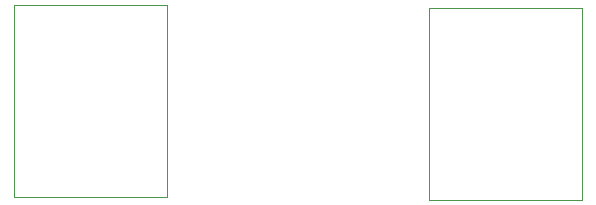
<source format=gbr>
G04 #@! TF.GenerationSoftware,KiCad,Pcbnew,(2018-02-16 revision c95340fba)-makepkg*
G04 #@! TF.CreationDate,2018-04-16T21:08:27+02:00*
G04 #@! TF.ProjectId,lin_bb,6C696E5F62622E6B696361645F706362,rev?*
G04 #@! TF.SameCoordinates,Original*
G04 #@! TF.FileFunction,Other,User*
%FSLAX46Y46*%
G04 Gerber Fmt 4.6, Leading zero omitted, Abs format (unit mm)*
G04 Created by KiCad (PCBNEW (2018-02-16 revision c95340fba)-makepkg) date 04/16/18 21:08:27*
%MOMM*%
%LPD*%
G01*
G04 APERTURE LIST*
%ADD10C,0.050000*%
G04 APERTURE END LIST*
D10*
X144382000Y-124291000D02*
X144382000Y-108041000D01*
X144382000Y-124291000D02*
X131442000Y-124291000D01*
X131442000Y-108041000D02*
X144382000Y-108041000D01*
X131442000Y-108041000D02*
X131442000Y-124291000D01*
X166514000Y-108246000D02*
X166514000Y-124496000D01*
X166514000Y-108246000D02*
X179454000Y-108246000D01*
X179454000Y-124496000D02*
X166514000Y-124496000D01*
X179454000Y-124496000D02*
X179454000Y-108246000D01*
M02*

</source>
